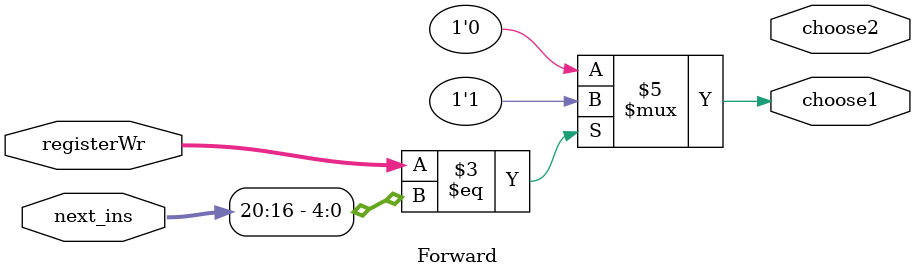
<source format=v>
`timescale 1ns / 1ps


module Forward(
    input [4:0] registerWr,
    input [31:0] next_ins,

    output reg choose1,
    output reg choose2

    );
    always@(*)
    begin
        if(registerWr==next_ins[25:21])
        choose1=1;
        else
        choose1=0;

        if(registerWr==next_ins[20:16])
        choose1=1;
        else
        choose1=0;
    end

endmodule

</source>
